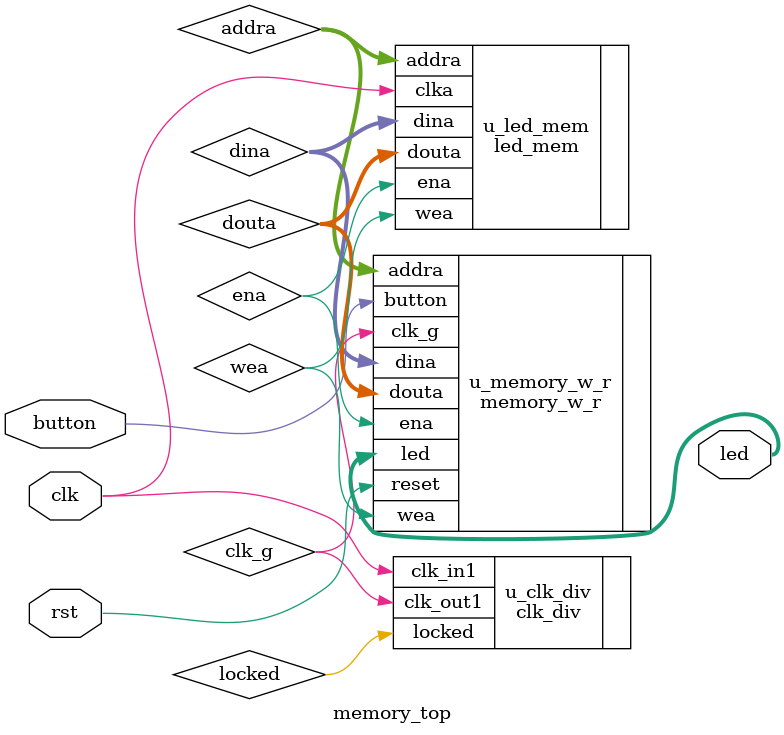
<source format=v>
module memory_top (
    input  wire        clk   ,
	input  wire        rst   ,
	input  wire        button,
	output wire [15:0] led   
);

wire        clk_g;
wire        reset;
wire        ena  ;
wire [ 0:0] wea  ;
wire [ 3:0] addra;
wire [15:0] dina ;
wire [15:0] douta;
wire        locked;

clk_div u_clk_div (
    .clk_in1   (clk   ),
    .clk_out1  (clk_g ),
    .locked    (locked)
);

memory_w_r u_memory_w_r (
  .clk_g(clk_g),
  .button(button),
  .reset(rst),
  .led(led),
  .douta(douta),
  .addra(addra),
  .dina(dina),
  .wea(wea),
  .ena(ena)
);

led_mem u_led_mem (
    .clka  (clk  ),
    .ena   (ena  ),
    .wea   (wea  ),
    .addra (addra),
    .dina  (dina ),
    .douta (douta)
);

endmodule
</source>
